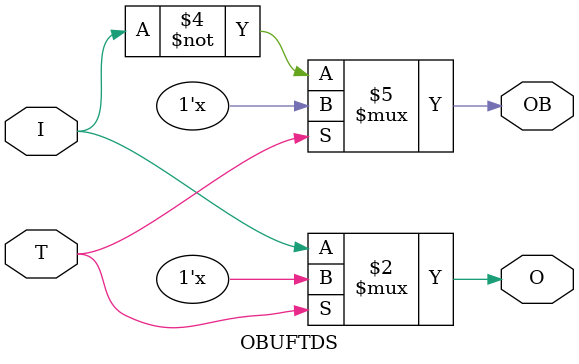
<source format=v>
module OBUFTDS (
  input  I,
  input  T,
  (* iopad_external_pin *)
  output O,
  (* iopad_external_pin *)
  output OB
);
  parameter IOSTANDARD  = "DEFAULT";
  parameter SLEW        = "SLOW";
  parameter PULLTYPE    = "NONE";
  parameter IO_LOC_PAIRS = ""; // Used by read_xdc.
  parameter HAS_OSERDES = 0;
  assign O  = (T == 1'b0) ?  I : 1'bz;
  assign OB = (T == 1'b0) ? ~I : 1'bz;
endmodule
</source>
